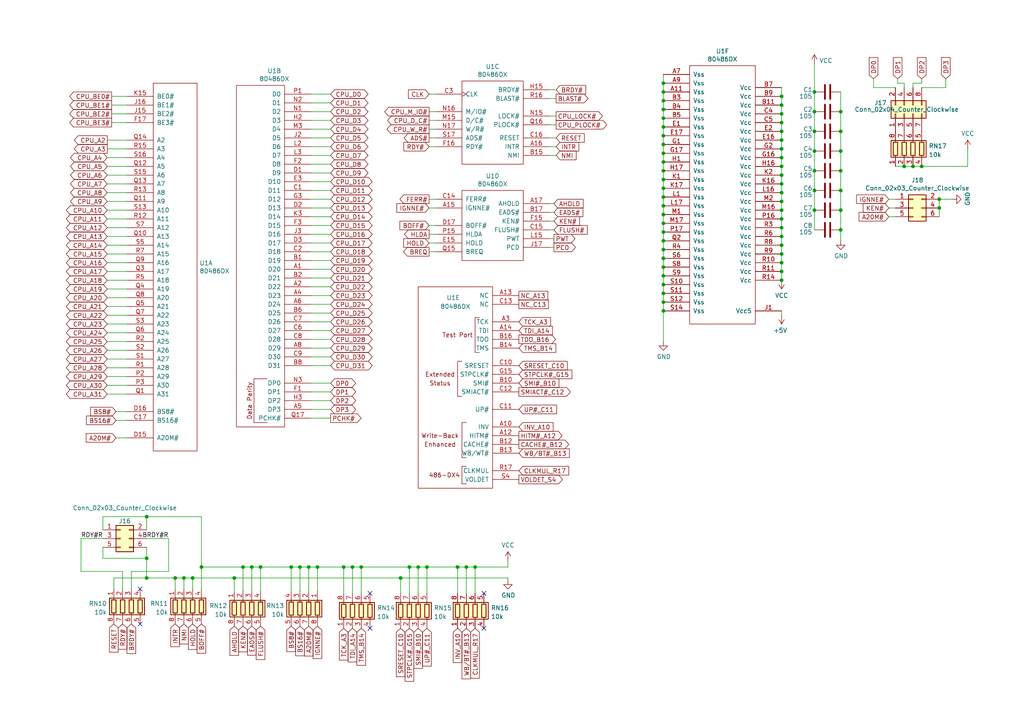
<source format=kicad_sch>
(kicad_sch (version 20211123) (generator eeschema)
  (paper "A4")
  (junction (at 243.84 55.245))
  (junction (at 192.405 62.23))
  (junction (at 243.84 60.96))
  (junction (at 67.945 167.64))
  (junction (at 86.995 164.465))
  (junction (at 192.405 82.55))
  (junction (at 192.405 44.45))
  (junction (at 272.415 57.785))
  (junction (at 192.405 31.75))
  (junction (at 236.22 49.53))
  (junction (at 192.405 46.99))
  (junction (at 226.695 76.2))
  (junction (at 243.84 49.53))
  (junction (at 192.405 41.91))
  (junction (at 236.22 60.96))
  (junction (at 226.695 33.02))
  (junction (at 226.695 78.74))
  (junction (at 192.405 80.01))
  (junction (at 226.695 48.26))
  (junction (at 42.545 167.64))
  (junction (at 226.695 35.56))
  (junction (at 226.695 63.5))
  (junction (at 226.695 27.94))
  (junction (at 192.405 26.67))
  (junction (at 104.775 164.465))
  (junction (at 116.205 167.64))
  (junction (at 236.22 26.67))
  (junction (at 236.22 38.1))
  (junction (at 192.405 77.47))
  (junction (at 192.405 39.37))
  (junction (at 226.695 50.8))
  (junction (at 226.695 55.88))
  (junction (at 192.405 72.39))
  (junction (at 226.695 40.64))
  (junction (at 226.695 38.1))
  (junction (at 264.795 48.26))
  (junction (at 226.695 73.66))
  (junction (at 121.285 164.465))
  (junction (at 42.545 149.86))
  (junction (at 262.255 48.26))
  (junction (at 42.545 161.925))
  (junction (at 192.405 64.77))
  (junction (at 226.695 43.18))
  (junction (at 192.405 54.61))
  (junction (at 243.84 38.1))
  (junction (at 226.695 45.72))
  (junction (at 137.795 164.465))
  (junction (at 267.335 48.26))
  (junction (at 236.22 43.815))
  (junction (at 226.695 71.12))
  (junction (at 226.695 53.34))
  (junction (at 192.405 52.07))
  (junction (at 226.695 68.58))
  (junction (at 272.415 60.325))
  (junction (at 226.695 60.96))
  (junction (at 226.695 58.42))
  (junction (at 73.025 164.465))
  (junction (at 102.235 164.465))
  (junction (at 92.075 164.465))
  (junction (at 226.695 30.48))
  (junction (at 192.405 85.09))
  (junction (at 192.405 59.69))
  (junction (at 236.22 55.245))
  (junction (at 192.405 67.31))
  (junction (at 135.255 164.465))
  (junction (at 132.715 164.465))
  (junction (at 192.405 57.15))
  (junction (at 192.405 90.17))
  (junction (at 50.8 167.64))
  (junction (at 192.405 74.93))
  (junction (at 123.825 164.465))
  (junction (at 192.405 29.21))
  (junction (at 89.535 164.465))
  (junction (at 226.695 66.04))
  (junction (at 192.405 69.85))
  (junction (at 70.485 164.465))
  (junction (at 243.84 66.675))
  (junction (at 84.455 164.465))
  (junction (at 99.695 164.465))
  (junction (at 58.42 164.465))
  (junction (at 192.405 36.83))
  (junction (at 53.34 167.64))
  (junction (at 55.88 167.64))
  (junction (at 236.22 32.385))
  (junction (at 192.405 49.53))
  (junction (at 192.405 34.29))
  (junction (at 243.84 32.385))
  (junction (at 192.405 87.63))
  (junction (at 243.84 43.815))
  (junction (at 118.745 164.465))
  (junction (at 75.565 164.465))
  (junction (at 192.405 24.13))
  (junction (at 226.695 81.28))
  (no_connect (at 140.335 172.085))
  (no_connect (at 40.64 180.975))
  (no_connect (at 107.315 182.245))
  (no_connect (at 107.315 172.085))
  (no_connect (at 140.335 182.245))
  (no_connect (at 40.64 170.815))
  (wire (pts (xy 89.535 164.465) (xy 89.535 171.45)))
  (wire (pts (xy 70.485 164.465) (xy 70.485 171.45)))
  (wire (pts (xy 192.405 41.91) (xy 192.405 44.45)))
  (wire (pts (xy 90.17 103.505) (xy 95.885 103.505)))
  (wire (pts (xy 132.715 164.465) (xy 132.715 172.085)))
  (wire (pts (xy 124.46 67.945) (xy 126.365 67.945)))
  (wire (pts (xy 236.22 18.415) (xy 236.22 26.67)))
  (wire (pts (xy 102.235 164.465) (xy 104.775 164.465)))
  (wire (pts (xy 243.84 32.385) (xy 243.84 38.1)))
  (wire (pts (xy 90.17 88.265) (xy 95.885 88.265)))
  (wire (pts (xy 192.405 80.01) (xy 192.405 82.55)))
  (wire (pts (xy 159.385 66.675) (xy 160.655 66.675)))
  (wire (pts (xy 32.385 27.94) (xy 36.83 27.94)))
  (wire (pts (xy 75.565 164.465) (xy 84.455 164.465)))
  (wire (pts (xy 236.22 38.1) (xy 236.22 43.815)))
  (wire (pts (xy 124.46 40.005) (xy 126.365 40.005)))
  (wire (pts (xy 90.17 98.425) (xy 95.885 98.425)))
  (wire (pts (xy 116.205 167.64) (xy 116.205 172.085)))
  (wire (pts (xy 243.84 38.1) (xy 243.84 43.815)))
  (wire (pts (xy 36.83 73.66) (xy 31.115 73.66)))
  (wire (pts (xy 124.46 32.385) (xy 126.365 32.385)))
  (wire (pts (xy 272.415 60.325) (xy 272.415 62.865)))
  (wire (pts (xy 29.845 149.86) (xy 42.545 149.86)))
  (wire (pts (xy 29.845 161.925) (xy 42.545 161.925)))
  (wire (pts (xy 161.29 42.545) (xy 159.385 42.545)))
  (wire (pts (xy 226.695 78.74) (xy 226.695 81.28)))
  (wire (pts (xy 160.655 64.135) (xy 159.385 64.135)))
  (wire (pts (xy 36.83 50.8) (xy 31.115 50.8)))
  (wire (pts (xy 31.115 78.74) (xy 36.83 78.74)))
  (wire (pts (xy 86.995 164.465) (xy 84.455 164.465)))
  (wire (pts (xy 135.255 164.465) (xy 137.795 164.465)))
  (wire (pts (xy 124.46 65.405) (xy 126.365 65.405)))
  (wire (pts (xy 236.22 26.67) (xy 236.22 32.385)))
  (wire (pts (xy 99.695 164.465) (xy 102.235 164.465)))
  (wire (pts (xy 192.405 49.53) (xy 192.405 52.07)))
  (wire (pts (xy 35.56 165.735) (xy 23.495 165.735)))
  (wire (pts (xy 147.32 162.56) (xy 147.32 164.465)))
  (wire (pts (xy 31.115 48.26) (xy 36.83 48.26)))
  (wire (pts (xy 90.17 27.305) (xy 95.885 27.305)))
  (wire (pts (xy 92.075 164.465) (xy 99.695 164.465)))
  (wire (pts (xy 31.115 55.88) (xy 36.83 55.88)))
  (wire (pts (xy 31.115 66.04) (xy 36.83 66.04)))
  (wire (pts (xy 192.405 67.31) (xy 192.405 69.85)))
  (wire (pts (xy 23.495 156.21) (xy 29.845 156.21)))
  (wire (pts (xy 38.1 170.815) (xy 38.1 165.735)))
  (wire (pts (xy 124.46 73.025) (xy 126.365 73.025)))
  (wire (pts (xy 160.655 61.595) (xy 159.385 61.595)))
  (wire (pts (xy 192.405 74.93) (xy 192.405 77.47)))
  (wire (pts (xy 31.115 88.9) (xy 36.83 88.9)))
  (wire (pts (xy 84.455 171.45) (xy 84.455 164.465)))
  (wire (pts (xy 53.34 167.64) (xy 50.8 167.64)))
  (wire (pts (xy 67.945 167.64) (xy 116.205 167.64)))
  (wire (pts (xy 95.885 80.645) (xy 90.17 80.645)))
  (wire (pts (xy 274.32 22.86) (xy 274.32 25.4)))
  (wire (pts (xy 124.46 70.485) (xy 126.365 70.485)))
  (wire (pts (xy 236.22 32.385) (xy 236.22 38.1)))
  (wire (pts (xy 73.025 164.465) (xy 73.025 171.45)))
  (wire (pts (xy 38.1 165.735) (xy 48.895 165.735)))
  (wire (pts (xy 124.46 27.305) (xy 126.365 27.305)))
  (wire (pts (xy 31.115 99.06) (xy 36.83 99.06)))
  (wire (pts (xy 90.17 83.185) (xy 95.885 83.185)))
  (wire (pts (xy 36.83 58.42) (xy 31.115 58.42)))
  (wire (pts (xy 89.535 164.465) (xy 92.075 164.465)))
  (wire (pts (xy 36.83 121.92) (xy 33.655 121.92)))
  (wire (pts (xy 33.02 167.64) (xy 42.545 167.64)))
  (wire (pts (xy 257.81 62.865) (xy 259.715 62.865)))
  (wire (pts (xy 90.17 42.545) (xy 95.885 42.545)))
  (wire (pts (xy 42.545 167.64) (xy 50.8 167.64)))
  (wire (pts (xy 123.825 164.465) (xy 132.715 164.465)))
  (wire (pts (xy 99.695 164.465) (xy 99.695 172.085)))
  (wire (pts (xy 31.115 104.14) (xy 36.83 104.14)))
  (wire (pts (xy 90.17 118.745) (xy 95.885 118.745)))
  (wire (pts (xy 243.84 66.675) (xy 243.84 69.85)))
  (wire (pts (xy 50.8 167.64) (xy 50.8 170.815)))
  (wire (pts (xy 132.715 164.465) (xy 135.255 164.465)))
  (wire (pts (xy 192.405 54.61) (xy 192.405 57.15)))
  (wire (pts (xy 90.17 113.665) (xy 95.885 113.665)))
  (wire (pts (xy 95.885 75.565) (xy 90.17 75.565)))
  (wire (pts (xy 48.895 165.735) (xy 48.895 156.21)))
  (wire (pts (xy 267.335 24.13) (xy 267.335 22.86)))
  (wire (pts (xy 42.545 149.86) (xy 58.42 149.86)))
  (wire (pts (xy 259.715 25.4) (xy 253.365 25.4)))
  (wire (pts (xy 147.32 168.275) (xy 147.32 167.64)))
  (wire (pts (xy 192.405 26.67) (xy 192.405 29.21)))
  (wire (pts (xy 95.885 95.885) (xy 90.17 95.885)))
  (wire (pts (xy 92.075 164.465) (xy 92.075 171.45)))
  (wire (pts (xy 226.695 58.42) (xy 226.695 60.96)))
  (wire (pts (xy 36.83 106.68) (xy 31.115 106.68)))
  (wire (pts (xy 192.405 87.63) (xy 192.405 90.17)))
  (wire (pts (xy 23.495 165.735) (xy 23.495 156.21)))
  (wire (pts (xy 124.46 37.465) (xy 126.365 37.465)))
  (wire (pts (xy 67.945 167.64) (xy 67.945 171.45)))
  (wire (pts (xy 86.995 164.465) (xy 86.995 171.45)))
  (wire (pts (xy 264.795 25.4) (xy 264.795 24.13)))
  (wire (pts (xy 280.67 43.18) (xy 280.67 48.26)))
  (wire (pts (xy 95.885 45.085) (xy 90.17 45.085)))
  (wire (pts (xy 95.885 100.965) (xy 90.17 100.965)))
  (wire (pts (xy 90.17 116.205) (xy 95.885 116.205)))
  (wire (pts (xy 86.995 164.465) (xy 89.535 164.465)))
  (wire (pts (xy 226.695 71.12) (xy 226.695 73.66)))
  (wire (pts (xy 33.655 119.38) (xy 36.83 119.38)))
  (wire (pts (xy 123.825 164.465) (xy 123.825 172.085)))
  (wire (pts (xy 192.405 34.29) (xy 192.405 36.83)))
  (wire (pts (xy 192.405 52.07) (xy 192.405 54.61)))
  (wire (pts (xy 95.885 90.805) (xy 90.17 90.805)))
  (wire (pts (xy 192.405 90.17) (xy 192.405 99.06)))
  (wire (pts (xy 58.42 164.465) (xy 58.42 170.815)))
  (wire (pts (xy 95.885 70.485) (xy 90.17 70.485)))
  (wire (pts (xy 236.22 43.815) (xy 236.22 49.53)))
  (wire (pts (xy 31.115 109.22) (xy 36.83 109.22)))
  (wire (pts (xy 36.83 96.52) (xy 31.115 96.52)))
  (wire (pts (xy 95.885 67.945) (xy 90.17 67.945)))
  (wire (pts (xy 104.775 164.465) (xy 104.775 172.085)))
  (wire (pts (xy 95.885 106.045) (xy 90.17 106.045)))
  (wire (pts (xy 53.34 167.64) (xy 55.88 167.64)))
  (wire (pts (xy 192.405 36.83) (xy 192.405 39.37)))
  (wire (pts (xy 160.655 59.055) (xy 159.385 59.055)))
  (wire (pts (xy 90.17 50.165) (xy 95.885 50.165)))
  (wire (pts (xy 90.17 60.325) (xy 95.885 60.325)))
  (wire (pts (xy 36.83 111.76) (xy 31.115 111.76)))
  (wire (pts (xy 124.46 60.325) (xy 126.365 60.325)))
  (wire (pts (xy 243.84 26.67) (xy 243.84 32.385)))
  (wire (pts (xy 159.385 28.575) (xy 161.29 28.575)))
  (wire (pts (xy 104.775 164.465) (xy 118.745 164.465)))
  (wire (pts (xy 31.115 114.3) (xy 36.83 114.3)))
  (wire (pts (xy 236.22 49.53) (xy 236.22 55.245)))
  (wire (pts (xy 192.405 57.15) (xy 192.405 59.69)))
  (wire (pts (xy 31.115 53.34) (xy 36.83 53.34)))
  (wire (pts (xy 226.695 76.2) (xy 226.695 78.74)))
  (wire (pts (xy 90.17 32.385) (xy 95.885 32.385)))
  (wire (pts (xy 90.17 65.405) (xy 95.885 65.405)))
  (wire (pts (xy 192.405 21.59) (xy 192.405 24.13)))
  (wire (pts (xy 257.81 57.785) (xy 259.715 57.785)))
  (wire (pts (xy 95.885 52.705) (xy 90.17 52.705)))
  (wire (pts (xy 90.17 78.105) (xy 95.885 78.105)))
  (wire (pts (xy 160.655 71.755) (xy 159.385 71.755)))
  (wire (pts (xy 260.35 24.13) (xy 260.35 22.86)))
  (wire (pts (xy 236.22 55.245) (xy 236.22 60.96)))
  (wire (pts (xy 95.885 57.785) (xy 90.17 57.785)))
  (wire (pts (xy 90.17 73.025) (xy 95.885 73.025)))
  (wire (pts (xy 226.695 60.96) (xy 226.695 63.5)))
  (wire (pts (xy 90.17 111.125) (xy 95.885 111.125)))
  (wire (pts (xy 236.22 60.96) (xy 236.22 66.675)))
  (wire (pts (xy 95.885 34.925) (xy 90.17 34.925)))
  (wire (pts (xy 226.695 68.58) (xy 226.695 71.12)))
  (wire (pts (xy 42.545 153.67) (xy 42.545 149.86)))
  (wire (pts (xy 192.405 44.45) (xy 192.405 46.99)))
  (wire (pts (xy 226.695 91.44) (xy 226.695 90.17)))
  (wire (pts (xy 36.83 35.56) (xy 32.385 35.56)))
  (wire (pts (xy 31.115 71.12) (xy 36.83 71.12)))
  (wire (pts (xy 42.545 161.925) (xy 42.545 167.64)))
  (wire (pts (xy 75.565 164.465) (xy 75.565 171.45)))
  (wire (pts (xy 192.405 24.13) (xy 192.405 26.67)))
  (wire (pts (xy 137.795 164.465) (xy 137.795 172.085)))
  (wire (pts (xy 70.485 164.465) (xy 73.025 164.465)))
  (wire (pts (xy 42.545 158.75) (xy 42.545 161.925)))
  (wire (pts (xy 55.88 167.64) (xy 55.88 170.815)))
  (wire (pts (xy 95.885 121.285) (xy 90.17 121.285)))
  (wire (pts (xy 75.565 164.465) (xy 73.025 164.465)))
  (wire (pts (xy 192.405 82.55) (xy 192.405 85.09)))
  (wire (pts (xy 161.29 33.655) (xy 159.385 33.655)))
  (wire (pts (xy 95.885 85.725) (xy 90.17 85.725)))
  (wire (pts (xy 161.29 45.085) (xy 159.385 45.085)))
  (wire (pts (xy 124.46 34.925) (xy 126.365 34.925)))
  (wire (pts (xy 243.84 43.815) (xy 243.84 49.53)))
  (wire (pts (xy 36.83 86.36) (xy 31.115 86.36)))
  (wire (pts (xy 121.285 164.465) (xy 118.745 164.465)))
  (wire (pts (xy 226.695 33.02) (xy 226.695 35.56)))
  (wire (pts (xy 123.825 164.465) (xy 121.285 164.465)))
  (wire (pts (xy 262.255 48.26) (xy 264.795 48.26)))
  (wire (pts (xy 272.415 57.785) (xy 272.415 60.325)))
  (wire (pts (xy 264.795 48.26) (xy 267.335 48.26)))
  (wire (pts (xy 55.88 167.64) (xy 67.945 167.64)))
  (wire (pts (xy 226.695 25.4) (xy 226.695 27.94)))
  (wire (pts (xy 95.885 29.845) (xy 90.17 29.845)))
  (wire (pts (xy 192.405 62.23) (xy 192.405 64.77)))
  (wire (pts (xy 29.845 158.75) (xy 29.845 161.925)))
  (wire (pts (xy 192.405 39.37) (xy 192.405 41.91)))
  (wire (pts (xy 36.83 40.64) (xy 31.115 40.64)))
  (wire (pts (xy 161.29 40.005) (xy 159.385 40.005)))
  (wire (pts (xy 159.385 26.035) (xy 161.29 26.035)))
  (wire (pts (xy 116.205 167.64) (xy 147.32 167.64)))
  (wire (pts (xy 226.695 35.56) (xy 226.695 38.1)))
  (wire (pts (xy 29.845 149.86) (xy 29.845 153.67)))
  (wire (pts (xy 243.84 55.245) (xy 243.84 60.96)))
  (wire (pts (xy 53.34 167.64) (xy 53.34 170.815)))
  (wire (pts (xy 118.745 164.465) (xy 118.745 172.085)))
  (wire (pts (xy 58.42 164.465) (xy 70.485 164.465)))
  (wire (pts (xy 124.46 57.785) (xy 126.365 57.785)))
  (wire (pts (xy 33.655 127) (xy 36.83 127)))
  (wire (pts (xy 95.885 40.005) (xy 90.17 40.005)))
  (wire (pts (xy 226.695 45.72) (xy 226.695 48.26)))
  (wire (pts (xy 33.02 167.64) (xy 33.02 170.815)))
  (wire (pts (xy 36.83 101.6) (xy 31.115 101.6)))
  (wire (pts (xy 31.115 76.2) (xy 36.83 76.2)))
  (wire (pts (xy 95.885 62.865) (xy 90.17 62.865)))
  (wire (pts (xy 102.235 172.085) (xy 102.235 164.465)))
  (wire (pts (xy 192.405 77.47) (xy 192.405 80.01)))
  (wire (pts (xy 58.42 149.86) (xy 58.42 164.465)))
  (wire (pts (xy 31.115 60.96) (xy 36.83 60.96)))
  (wire (pts (xy 226.695 30.48) (xy 226.695 33.02)))
  (wire (pts (xy 42.545 156.21) (xy 48.895 156.21)))
  (wire (pts (xy 36.83 63.5) (xy 31.115 63.5)))
  (wire (pts (xy 274.32 25.4) (xy 267.335 25.4)))
  (wire (pts (xy 36.83 45.72) (xy 31.115 45.72)))
  (wire (pts (xy 226.695 73.66) (xy 226.695 76.2)))
  (wire (pts (xy 160.655 69.215) (xy 159.385 69.215)))
  (wire (pts (xy 31.115 93.98) (xy 36.83 93.98)))
  (wire (pts (xy 192.405 64.77) (xy 192.405 67.31)))
  (wire (pts (xy 124.46 42.545) (xy 126.365 42.545)))
  (wire (pts (xy 31.115 43.18) (xy 36.83 43.18)))
  (wire (pts (xy 226.695 40.64) (xy 226.695 43.18)))
  (wire (pts (xy 121.285 164.465) (xy 121.285 172.085)))
  (wire (pts (xy 192.405 29.21) (xy 192.405 31.75)))
  (wire (pts (xy 36.83 30.48) (xy 32.385 30.48)))
  (wire (pts (xy 226.695 38.1) (xy 226.695 40.64)))
  (wire (pts (xy 243.84 60.96) (xy 243.84 66.675)))
  (wire (pts (xy 226.695 50.8) (xy 226.695 53.34)))
  (wire (pts (xy 161.29 36.195) (xy 159.385 36.195)))
  (wire (pts (xy 32.385 33.02) (xy 36.83 33.02)))
  (wire (pts (xy 192.405 46.99) (xy 192.405 49.53)))
  (wire (pts (xy 192.405 59.69) (xy 192.405 62.23)))
  (wire (pts (xy 226.695 53.34) (xy 226.695 55.88)))
  (wire (pts (xy 90.17 55.245) (xy 95.885 55.245)))
  (wire (pts (xy 262.255 24.13) (xy 260.35 24.13)))
  (wire (pts (xy 267.335 48.26) (xy 280.67 48.26)))
  (wire (pts (xy 90.17 93.345) (xy 95.885 93.345)))
  (wire (pts (xy 262.255 25.4) (xy 262.255 24.13)))
  (wire (pts (xy 36.83 68.58) (xy 31.115 68.58)))
  (wire (pts (xy 226.695 55.88) (xy 226.695 58.42)))
  (wire (pts (xy 95.885 47.625) (xy 90.17 47.625)))
  (wire (pts (xy 137.795 164.465) (xy 147.32 164.465)))
  (wire (pts (xy 226.695 63.5) (xy 226.695 66.04)))
  (wire (pts (xy 135.255 172.085) (xy 135.255 164.465)))
  (wire (pts (xy 90.17 37.465) (xy 95.885 37.465)))
  (wire (pts (xy 272.415 57.785) (xy 276.225 57.785)))
  (wire (pts (xy 192.405 72.39) (xy 192.405 74.93)))
  (wire (pts (xy 226.695 27.94) (xy 226.695 30.48)))
  (wire (pts (xy 226.695 43.18) (xy 226.695 45.72)))
  (wire (pts (xy 31.115 83.82) (xy 36.83 83.82)))
  (wire (pts (xy 192.405 85.09) (xy 192.405 87.63)))
  (wire (pts (xy 243.84 49.53) (xy 243.84 55.245)))
  (wire (pts (xy 35.56 170.815) (xy 35.56 165.735)))
  (wire (pts (xy 192.405 31.75) (xy 192.405 34.29)))
  (wire (pts (xy 257.81 60.325) (xy 259.715 60.325)))
  (wire (pts (xy 264.795 24.13) (xy 267.335 24.13)))
  (wire (pts (xy 259.715 48.26) (xy 262.255 48.26)))
  (wire (pts (xy 192.405 69.85) (xy 192.405 72.39)))
  (wire (pts (xy 36.83 91.44) (xy 31.115 91.44)))
  (wire (pts (xy 253.365 25.4) (xy 253.365 22.86)))
  (wire (pts (xy 226.695 66.04) (xy 226.695 68.58)))
  (wire (pts (xy 226.695 48.26) (xy 226.695 50.8)))
  (wire (pts (xy 36.83 81.28) (xy 31.115 81.28)))
  (label "BRDY#R" (at 48.895 156.21 180))
  (label "RDY#R" (at 23.495 156.21 0))
  (global_label "CPU_A21" (shape bidirectional) (at 31.115 88.9 180) (property "Intersheet References" "${INTERSHEET_REFS}" (effects hide)))
  (global_label "SMI#_B10" (shape input) (at 121.285 182.245 270) (property "Intersheet References" "${INTERSHEET_REFS}" (effects hide)))
  (global_label "CPU_D4" (shape bidirectional) (at 95.885 37.465 0) (property "Intersheet References" "${INTERSHEET_REFS}" (effects hide)))
  (global_label "CPU_D12" (shape bidirectional) (at 95.885 57.785 0) (property "Intersheet References" "${INTERSHEET_REFS}" (effects hide)))
  (global_label "HOLD" (shape input) (at 124.46 70.485 180) (property "Intersheet References" "${INTERSHEET_REFS}" (effects hide)))
  (global_label "CPU_D24" (shape bidirectional) (at 95.885 88.265 0) (property "Intersheet References" "${INTERSHEET_REFS}" (effects hide)))
  (global_label "CPU_A31" (shape bidirectional) (at 31.115 114.3 180) (property "Intersheet References" "${INTERSHEET_REFS}" (effects hide)))
  (global_label "A20M#" (shape input) (at 33.655 127 180) (property "Intersheet References" "${INTERSHEET_REFS}" (effects hide)))
  (global_label "KEN#" (shape input) (at 257.81 60.325 180) (property "Intersheet References" "${INTERSHEET_REFS}" (effects hide)))
  (global_label "CPU_D18" (shape bidirectional) (at 95.885 73.025 0) (property "Intersheet References" "${INTERSHEET_REFS}" (effects hide)))
  (global_label "CLKMUL_R17" (shape input) (at 137.795 182.245 270) (property "Intersheet References" "${INTERSHEET_REFS}" (effects hide)))
  (global_label "CPU_A4" (shape bidirectional) (at 31.115 45.72 180) (property "Intersheet References" "${INTERSHEET_REFS}" (effects hide)))
  (global_label "CPU_A30" (shape bidirectional) (at 31.115 111.76 180) (property "Intersheet References" "${INTERSHEET_REFS}" (effects hide)))
  (global_label "FLUSH#" (shape input) (at 75.565 181.61 270) (property "Intersheet References" "${INTERSHEET_REFS}" (effects hide)))
  (global_label "CPU_D30" (shape bidirectional) (at 95.885 103.505 0) (property "Intersheet References" "${INTERSHEET_REFS}" (effects hide)))
  (global_label "CPU_A10" (shape bidirectional) (at 31.115 60.96 180) (property "Intersheet References" "${INTERSHEET_REFS}" (effects hide)))
  (global_label "CPU_D25" (shape bidirectional) (at 95.885 90.805 0) (property "Intersheet References" "${INTERSHEET_REFS}" (effects hide)))
  (global_label "HLDA" (shape output) (at 124.46 67.945 180) (property "Intersheet References" "${INTERSHEET_REFS}" (effects hide)))
  (global_label "CPU_A12" (shape bidirectional) (at 31.115 66.04 180) (property "Intersheet References" "${INTERSHEET_REFS}" (effects hide)))
  (global_label "WB{slash}BT#_B13" (shape input) (at 150.495 131.445 0) (property "Intersheet References" "${INTERSHEET_REFS}" (effects hide)))
  (global_label "SMIACT#_C12" (shape output) (at 150.495 113.665 0) (property "Intersheet References" "${INTERSHEET_REFS}" (effects hide)))
  (global_label "KEN#" (shape input) (at 70.485 181.61 270) (property "Intersheet References" "${INTERSHEET_REFS}" (effects hide)))
  (global_label "TCK_A3" (shape input) (at 150.495 93.345 0) (property "Intersheet References" "${INTERSHEET_REFS}" (effects hide)))
  (global_label "BS8#" (shape input) (at 33.655 119.38 180) (property "Intersheet References" "${INTERSHEET_REFS}" (effects hide)))
  (global_label "INV_A10" (shape input) (at 150.495 123.825 0) (property "Intersheet References" "${INTERSHEET_REFS}" (effects hide)))
  (global_label "PWT" (shape output) (at 160.655 69.215 0) (property "Intersheet References" "${INTERSHEET_REFS}" (effects hide)))
  (global_label "TDO_B16" (shape output) (at 150.495 98.425 0) (property "Intersheet References" "${INTERSHEET_REFS}" (effects hide)))
  (global_label "TMS_B14" (shape input) (at 104.775 182.245 270) (property "Intersheet References" "${INTERSHEET_REFS}" (effects hide)))
  (global_label "CPU_A16" (shape bidirectional) (at 31.115 76.2 180) (property "Intersheet References" "${INTERSHEET_REFS}" (effects hide)))
  (global_label "HITM#_A12" (shape output) (at 150.495 126.365 0) (property "Intersheet References" "${INTERSHEET_REFS}" (effects hide)))
  (global_label "A20M#" (shape input) (at 257.81 62.865 180) (property "Intersheet References" "${INTERSHEET_REFS}" (effects hide)))
  (global_label "DP2" (shape bidirectional) (at 95.885 116.205 0) (property "Intersheet References" "${INTERSHEET_REFS}" (effects hide)))
  (global_label "CPU_A28" (shape bidirectional) (at 31.115 106.68 180) (property "Intersheet References" "${INTERSHEET_REFS}" (effects hide)))
  (global_label "RDY#" (shape input) (at 124.46 42.545 180) (property "Intersheet References" "${INTERSHEET_REFS}" (effects hide)))
  (global_label "DP1" (shape bidirectional) (at 95.885 113.665 0) (property "Intersheet References" "${INTERSHEET_REFS}" (effects hide)))
  (global_label "TCK_A3" (shape input) (at 99.695 182.245 270) (property "Intersheet References" "${INTERSHEET_REFS}" (effects hide)))
  (global_label "CPU_M_IO#" (shape output) (at 124.46 32.385 180) (property "Intersheet References" "${INTERSHEET_REFS}" (effects hide)))
  (global_label "CPU_D26" (shape bidirectional) (at 95.885 93.345 0) (property "Intersheet References" "${INTERSHEET_REFS}" (effects hide)))
  (global_label "INTR" (shape input) (at 50.8 180.975 270) (property "Intersheet References" "${INTERSHEET_REFS}" (effects hide)))
  (global_label "CPU_D5" (shape bidirectional) (at 95.885 40.005 0) (property "Intersheet References" "${INTERSHEET_REFS}" (effects hide)))
  (global_label "ADS#" (shape output) (at 124.46 40.005 180) (property "Intersheet References" "${INTERSHEET_REFS}" (effects hide)))
  (global_label "CPU_A17" (shape bidirectional) (at 31.115 78.74 180) (property "Intersheet References" "${INTERSHEET_REFS}" (effects hide)))
  (global_label "HOLD" (shape input) (at 55.88 180.975 270) (property "Intersheet References" "${INTERSHEET_REFS}" (effects hide)))
  (global_label "IGNNE#" (shape input) (at 92.075 181.61 270) (property "Intersheet References" "${INTERSHEET_REFS}" (effects hide)))
  (global_label "CPU_A6" (shape bidirectional) (at 31.115 50.8 180) (property "Intersheet References" "${INTERSHEET_REFS}" (effects hide)))
  (global_label "CPU_A2" (shape output) (at 31.115 40.64 180) (property "Intersheet References" "${INTERSHEET_REFS}" (effects hide)))
  (global_label "DP3" (shape bidirectional) (at 95.885 118.745 0) (property "Intersheet References" "${INTERSHEET_REFS}" (effects hide)))
  (global_label "CPU_D14" (shape bidirectional) (at 95.885 62.865 0) (property "Intersheet References" "${INTERSHEET_REFS}" (effects hide)))
  (global_label "CPU_BE0#" (shape output) (at 32.385 27.94 180) (property "Intersheet References" "${INTERSHEET_REFS}" (effects hide)))
  (global_label "CPU_BE3#" (shape output) (at 32.385 35.56 180) (property "Intersheet References" "${INTERSHEET_REFS}" (effects hide)))
  (global_label "CPU_A7" (shape bidirectional) (at 31.115 53.34 180) (property "Intersheet References" "${INTERSHEET_REFS}" (effects hide)))
  (global_label "CPU_D6" (shape bidirectional) (at 95.885 42.545 0) (property "Intersheet References" "${INTERSHEET_REFS}" (effects hide)))
  (global_label "BOFF#" (shape input) (at 58.42 180.975 270) (property "Intersheet References" "${INTERSHEET_REFS}" (effects hide)))
  (global_label "RDY#" (shape input) (at 35.56 180.975 270) (property "Intersheet References" "${INTERSHEET_REFS}" (effects hide)))
  (global_label "BS16#" (shape input) (at 33.655 121.92 180) (property "Intersheet References" "${INTERSHEET_REFS}" (effects hide)))
  (global_label "CPU_D23" (shape bidirectional) (at 95.885 85.725 0) (property "Intersheet References" "${INTERSHEET_REFS}" (effects hide)))
  (global_label "CPU_A27" (shape bidirectional) (at 31.115 104.14 180) (property "Intersheet References" "${INTERSHEET_REFS}" (effects hide)))
  (global_label "CPU_D8" (shape bidirectional) (at 95.885 47.625 0) (property "Intersheet References" "${INTERSHEET_REFS}" (effects hide)))
  (global_label "CPU_A24" (shape bidirectional) (at 31.115 96.52 180) (property "Intersheet References" "${INTERSHEET_REFS}" (effects hide)))
  (global_label "CPU_D_C#" (shape output) (at 124.46 34.925 180) (property "Intersheet References" "${INTERSHEET_REFS}" (effects hide)))
  (global_label "DP0" (shape bidirectional) (at 95.885 111.125 0) (property "Intersheet References" "${INTERSHEET_REFS}" (effects hide)))
  (global_label "FERR#" (shape output) (at 124.46 57.785 180) (property "Intersheet References" "${INTERSHEET_REFS}" (effects hide)))
  (global_label "CPU_A8" (shape bidirectional) (at 31.115 55.88 180) (property "Intersheet References" "${INTERSHEET_REFS}" (effects hide)))
  (global_label "CPU_D15" (shape bidirectional) (at 95.885 65.405 0) (property "Intersheet References" "${INTERSHEET_REFS}" (effects hide)))
  (global_label "RESET" (shape input) (at 33.02 180.975 270) (property "Intersheet References" "${INTERSHEET_REFS}" (effects hide)))
  (global_label "CPU_D19" (shape bidirectional) (at 95.885 75.565 0) (property "Intersheet References" "${INTERSHEET_REFS}" (effects hide)))
  (global_label "KEN#" (shape input) (at 160.655 64.135 0) (property "Intersheet References" "${INTERSHEET_REFS}" (effects hide)))
  (global_label "NC_A13" (shape passive) (at 150.495 85.725 0) (property "Intersheet References" "${INTERSHEET_REFS}" (effects hide)))
  (global_label "BOFF#" (shape input) (at 124.46 65.405 180) (property "Intersheet References" "${INTERSHEET_REFS}" (effects hide)))
  (global_label "CPU_A29" (shape bidirectional) (at 31.115 109.22 180) (property "Intersheet References" "${INTERSHEET_REFS}" (effects hide)))
  (global_label "EADS#" (shape input) (at 73.025 181.61 270) (property "Intersheet References" "${INTERSHEET_REFS}" (effects hide)))
  (global_label "CPU_A3" (shape output) (at 31.115 43.18 180) (property "Intersheet References" "${INTERSHEET_REFS}" (effects hide)))
  (global_label "AHOLD" (shape input) (at 160.655 59.055 0) (property "Intersheet References" "${INTERSHEET_REFS}" (effects hide)))
  (global_label "INV_A10" (shape input) (at 132.715 182.245 270) (property "Intersheet References" "${INTERSHEET_REFS}" (effects hide)))
  (global_label "TMS_B14" (shape input) (at 150.495 100.965 0) (property "Intersheet References" "${INTERSHEET_REFS}" (effects hide)))
  (global_label "SRESET_C10" (shape input) (at 116.205 182.245 270) (property "Intersheet References" "${INTERSHEET_REFS}" (effects hide)))
  (global_label "CPU_D21" (shape bidirectional) (at 95.885 80.645 0) (property "Intersheet References" "${INTERSHEET_REFS}" (effects hide)))
  (global_label "CPU_D28" (shape bidirectional) (at 95.885 98.425 0) (property "Intersheet References" "${INTERSHEET_REFS}" (effects hide)))
  (global_label "CLK" (shape input) (at 124.46 27.305 180) (property "Intersheet References" "${INTERSHEET_REFS}" (effects hide)))
  (global_label "NMI" (shape input) (at 161.29 45.085 0) (property "Intersheet References" "${INTERSHEET_REFS}" (effects hide)))
  (global_label "CPU_D22" (shape bidirectional) (at 95.885 83.185 0) (property "Intersheet References" "${INTERSHEET_REFS}" (effects hide)))
  (global_label "CPU_A26" (shape bidirectional) (at 31.115 101.6 180) (property "Intersheet References" "${INTERSHEET_REFS}" (effects hide)))
  (global_label "PCD" (shape output) (at 160.655 71.755 0) (property "Intersheet References" "${INTERSHEET_REFS}" (effects hide)))
  (global_label "NC_C13" (shape passive) (at 150.495 88.265 0) (property "Intersheet References" "${INTERSHEET_REFS}" (effects hide)))
  (global_label "INTR" (shape input) (at 161.29 42.545 0) (property "Intersheet References" "${INTERSHEET_REFS}" (effects hide)))
  (global_label "CPU_A25" (shape bidirectional) (at 31.115 99.06 180) (property "Intersheet References" "${INTERSHEET_REFS}" (effects hide)))
  (global_label "CPU_D29" (shape bidirectional) (at 95.885 100.965 0) (property "Intersheet References" "${INTERSHEET_REFS}" (effects hide)))
  (global_label "SMI#_B10" (shape input) (at 150.495 111.125 0) (property "Intersheet References" "${INTERSHEET_REFS}" (effects hide)))
  (global_label "CPU_A18" (shape bidirectional) (at 31.115 81.28 180) (property "Intersheet References" "${INTERSHEET_REFS}" (effects hide)))
  (global_label "FLUSH#" (shape input) (at 160.655 66.675 0) (property "Intersheet References" "${INTERSHEET_REFS}" (effects hide)))
  (global_label "CPU_BE1#" (shape output) (at 32.385 30.48 180) (property "Intersheet References" "${INTERSHEET_REFS}" (effects hide)))
  (global_label "VOLDET_S4" (shape output) (at 150.495 139.065 0) (property "Intersheet References" "${INTERSHEET_REFS}" (effects hide)))
  (global_label "NMI" (shape input) (at 53.34 180.975 270) (property "Intersheet References" "${INTERSHEET_REFS}" (effects hide)))
  (global_label "TDI_A14" (shape input) (at 150.495 95.885 0) (property "Intersheet References" "${INTERSHEET_REFS}" (effects hide)))
  (global_label "CPU_A20" (shape bidirectional) (at 31.115 86.36 180) (property "Intersheet References" "${INTERSHEET_REFS}" (effects hide)))
  (global_label "CPU_D17" (shape bidirectional) (at 95.885 70.485 0) (property "Intersheet References" "${INTERSHEET_REFS}" (effects hide)))
  (global_label "CPU_A22" (shape bidirectional) (at 31.115 91.44 180) (property "Intersheet References" "${INTERSHEET_REFS}" (effects hide)))
  (global_label "PCHK#" (shape output) (at 95.885 121.285 0) (property "Intersheet References" "${INTERSHEET_REFS}" (effects hide)))
  (global_label "CPU_W_R#" (shape output) (at 124.46 37.465 180) (property "Intersheet References" "${INTERSHEET_REFS}" (effects hide)))
  (global_label "CPU_D1" (shape bidirectional) (at 95.885 29.845 0) (property "Intersheet References" "${INTERSHEET_REFS}" (effects hide)))
  (global_label "A20M#" (shape input) (at 89.535 181.61 270) (property "Intersheet References" "${INTERSHEET_REFS}" (effects hide)))
  (global_label "CPU_D3" (shape bidirectional) (at 95.885 34.925 0) (property "Intersheet References" "${INTERSHEET_REFS}" (effects hide)))
  (global_label "TDI_A14" (shape input) (at 102.235 182.245 270) (property "Intersheet References" "${INTERSHEET_REFS}" (effects hide)))
  (global_label "IGNNE#" (shape input) (at 124.46 60.325 180) (property "Intersheet References" "${INTERSHEET_REFS}" (effects hide)))
  (global_label "UP#_C11" (shape input) (at 150.495 118.745 0) (property "Intersheet References" "${INTERSHEET_REFS}" (effects hide)))
  (global_label "CPU_D0" (shape bidirectional) (at 95.885 27.305 0) (property "Intersheet References" "${INTERSHEET_REFS}" (effects hide)))
  (global_label "CPU_D7" (shape bidirectional) (at 95.885 45.085 0) (property "Intersheet References" "${INTERSHEET_REFS}" (effects hide)))
  (global_label "CPU_D9" (shape bidirectional) (at 95.885 50.165 0) (property "Intersheet References" "${INTERSHEET_REFS}" (effects hide)))
  (global_label "DP0" (shape input) (at 253.365 22.86 90) (property "Intersheet References" "${INTERSHEET_REFS}" (effects hide)))
  (global_label "CPU_D11" (shape bidirectional) (at 95.885 55.245 0) (property "Intersheet References" "${INTERSHEET_REFS}" (effects hide)))
  (global_label "IGNNE#" (shape input) (at 257.81 57.785 180) (property "Intersheet References" "${INTERSHEET_REFS}" (effects hide)))
  (global_label "CPU_LOCK#" (shape output) (at 161.29 33.655 0) (property "Intersheet References" "${INTERSHEET_REFS}" (effects hide)))
  (global_label "CPU_A14" (shape bidirectional) (at 31.115 71.12 180) (property "Intersheet References" "${INTERSHEET_REFS}" (effects hide)))
  (global_label "CPU_D20" (shape bidirectional) (at 95.885 78.105 0) (property "Intersheet References" "${INTERSHEET_REFS}" (effects hide)))
  (global_label "BREQ" (shape output) (at 124.46 73.025 180) (property "Intersheet References" "${INTERSHEET_REFS}" (effects hide)))
  (global_label "EADS#" (shape input) (at 160.655 61.595 0) (property "Intersheet References" "${INTERSHEET_REFS}" (effects hide)))
  (global_label "BRDY#" (shape input) (at 38.1 180.975 270) (property "Intersheet References" "${INTERSHEET_REFS}" (effects hide)))
  (global_label "CPU_D16" (shape bidirectional) (at 95.885 67.945 0) (property "Intersheet References" "${INTERSHEET_REFS}" (effects hide)))
  (global_label "CPU_A11" (shape bidirectional) (at 31.115 63.5 180) (property "Intersheet References" "${INTERSHEET_REFS}" (effects hide)))
  (global_label "CLKMUL_R17" (shape input) (at 150.495 136.525 0) (property "Intersheet References" "${INTERSHEET_REFS}" (effects hide)))
  (global_label "STPCLK#_G15" (shape input) (at 118.745 182.245 270) (property "Intersheet References" "${INTERSHEET_REFS}" (effects hide)))
  (global_label "CPU_D13" (shape bidirectional) (at 95.885 60.325 0) (property "Intersheet References" "${INTERSHEET_REFS}" (effects hide)))
  (global_label "WB{slash}BT#_B13" (shape input) (at 135.255 182.245 270) (property "Intersheet References" "${INTERSHEET_REFS}" (effects hide)))
  (global_label "CPU_D10" (shape bidirectional) (at 95.885 52.705 0) (property "Intersheet References" "${INTERSHEET_REFS}" (effects hide)))
  (global_label "CPU_A15" (shape bidirectional) (at 31.115 73.66 180) (property "Intersheet References" "${INTERSHEET_REFS}" (effects hide)))
  (global_label "CPU_D31" (shape bidirectional) (at 95.885 106.045 0) (property "Intersheet References" "${INTERSHEET_REFS}" (effects hide)))
  (global_label "CPU_D27" (shape bidirectional) (at 95.885 95.885 0) (property "Intersheet References" "${INTERSHEET_REFS}" (effects hide)))
  (global_label "SRESET_C10" (shape input) (at 150.495 106.045 0) (property "Intersheet References" "${INTERSHEET_REFS}" (effects hide)))
  (global_label "RESET" (shape input) (at 161.29 40.005 0) (property "Intersheet References" "${INTERSHEET_REFS}" (effects hide)))
  (global_label "CPU_A5" (shape bidirectional) (at 31.115 48.26 180) (property "Intersheet References" "${INTERSHEET_REFS}" (effects hide)))
  (global_label "DP3" (shape input) (at 274.32 22.86 90) (property "Intersheet References" "${INTERSHEET_REFS}" (effects hide)))
  (global_label "DP2" (shape input) (at 267.335 22.86 90) (property "Intersheet References" "${INTERSHEET_REFS}" (effects hide)))
  (global_label "CPU_A23" (shape bidirectional) (at 31.115 93.98 180) (property "Intersheet References" "${INTERSHEET_REFS}" (effects hide)))
  (global_label "BS8#" (shape input) (at 84.455 181.61 270) (property "Intersheet References" "${INTERSHEET_REFS}" (effects hide)))
  (global_label "CPU_A13" (shape bidirectional) (at 31.115 68.58 180) (property "Intersheet References" "${INTERSHEET_REFS}" (effects hide)))
  (global_label "STPCLK#_G15" (shape input) (at 150.495 108.585 0) (property "Intersheet References" "${INTERSHEET_REFS}" (effects hide)))
  (global_label "DP1" (shape input) (at 260.35 22.86 90) (property "Intersheet References" "${INTERSHEET_REFS}" (effects hide)))
  (global_label "AHOLD" (shape input) (at 67.945 181.61 270) (property "Intersheet References" "${INTERSHEET_REFS}" (effects hide)))
  (global_label "UP#_C11" (shape input) (at 123.825 182.245 270) (property "Intersheet References" "${INTERSHEET_REFS}" (effects hide)))
  (global_label "CPU_PLOCK#" (shape output) (at 161.29 36.195 0) (property "Intersheet References" "${INTERSHEET_REFS}" (effects hide)))
  (global_label "CACHE#_B12" (shape output) (at 150.495 128.905 0) (property "Intersheet References" "${INTERSHEET_REFS}" (effects hide)))
  (global_label "CPU_A19" (shape bidirectional) (at 31.115 83.82 180) (property "Intersheet References" "${INTERSHEET_REFS}" (effects hide)))
  (global_label "CPU_A9" (shape bidirectional) (at 31.115 58.42 180) (property "Intersheet References" "${INTERSHEET_REFS}" (effects hide)))
  (global_label "CPU_D2" (shape bidirectional) (at 95.885 32.385 0) (property "Intersheet References" "${INTERSHEET_REFS}" (effects hide)))
  (global_label "BS16#" (shape input) (at 86.995 181.61 270) (property "Intersheet References" "${INTERSHEET_REFS}" (effects hide)))
  (global_label "BRDY#" (shape input) (at 161.29 26.035 0) (property "Intersheet References" "${INTERSHEET_REFS}" (effects hide)))
  (global_label "CPU_BE2#" (shape output) (at 32.385 33.02 180) (property "Intersheet References" "${INTERSHEET_REFS}" (effects hide)))
  (global_label "BLAST#" (shape output) (at 161.29 28.575 0) (property "Intersheet References" "${INTERSHEET_REFS}" (effects hide)))
  (symbol (lib_id "80486:80486") (at 132.715 112.395 0) (unit 5)
    (property "Reference" "U1" (at 131.445 86.36 0))
    (property "Value" "80486DX" (at 132.08 88.9 0))
    (property "Footprint" "486:PGA169" (effects hide))
  )
  (symbol (lib_id "power:VCC") (at 280.67 43.18 0) (unit 1)
    (property "Reference" "#PWR028" (effects hide))
    (property "Value" "VCC" (at 280.67 38.7366 0))
  )
  (symbol (lib_id "Device:C") (at 240.03 66.675 270) (mirror x) (unit 1)
    (property "Reference" "C8" (at 234.315 65.405 90))
    (property "Value" "105" (at 233.68 67.31 90))
    (property "Footprint" "Capacitor_SMD:C_0805_2012Metric_Pad1.18x1.45mm_HandSolder" (effects hide))
  )
  (symbol (lib_id "Device:R_Pack04") (at 73.025 176.53 0) (mirror x) (unit 1)
    (property "Reference" "RN12" (at 65.9131 175.6953 0) (effects (justify right)))
    (property "Value" "10k" (at 65.9131 178.2322 0) (effects (justify right)))
    (property "Footprint" "Resistor_SMD:R_Array_Convex_4x0612" (effects hide))
  )
  (symbol (lib_id "Device:C") (at 240.03 60.96 270) (mirror x) (unit 1)
    (property "Reference" "C7" (at 234.315 60.325 90))
    (property "Value" "105" (at 233.68 62.23 90))
    (property "Footprint" "Capacitor_SMD:C_0805_2012Metric_Pad1.18x1.45mm_HandSolder" (effects hide))
  )
  (symbol (lib_id "80486:80486") (at 208.915 57.15 0) (unit 6)
    (property "Reference" "U1" (at 209.55 14.859 0))
    (property "Value" "80486DX" (at 209.55 17.1704 0))
    (property "Footprint" "486:PGA169" (effects hide))
  )
  (symbol (lib_id "Device:R_Pack04") (at 104.775 177.165 0) (unit 1)
    (property "Reference" "RN14" (at 109.347 176.3303 0) (effects (justify left)))
    (property "Value" "10k" (at 109.347 178.8672 0) (effects (justify left)))
    (property "Footprint" "Resistor_SMD:R_Array_Convex_4x0612" (effects hide))
  )
  (symbol (lib_id "power:VCC") (at 226.695 81.28 180) (unit 1)
    (property "Reference" "#PWR023" (effects hide))
    (property "Value" "VCC" (at 226.695 85.7234 0))
  )
  (symbol (lib_id "80486:80486") (at 142.875 65.405 0) (unit 4)
    (property "Reference" "U1" (at 142.875 51.054 0))
    (property "Value" "80486DX" (at 142.875 53.3654 0))
    (property "Footprint" "486:PGA169" (effects hide))
  )
  (symbol (lib_id "80486:80486") (at 141.605 37.465 0) (unit 3)
    (property "Reference" "U1" (at 142.875 19.304 0))
    (property "Value" "80486DX" (at 142.875 21.6154 0))
    (property "Footprint" "486:PGA169" (effects hide))
  )
  (symbol (lib_id "power:GND") (at 192.405 99.06 0) (unit 1)
    (property "Reference" "#PWR022" (effects hide))
    (property "Value" "GND" (at 192.532 103.4542 0))
  )
  (symbol (lib_id "Device:C") (at 240.03 38.1 270) (mirror x) (unit 1)
    (property "Reference" "C3" (at 234.315 37.465 90))
    (property "Value" "105" (at 233.68 39.37 90))
    (property "Footprint" "Capacitor_SMD:C_0805_2012Metric_Pad1.18x1.45mm_HandSolder" (effects hide))
  )
  (symbol (lib_id "power:GND") (at 147.32 168.275 0) (unit 1)
    (property "Reference" "#PWR021" (effects hide))
    (property "Value" "GND" (at 147.447 172.6692 0))
  )
  (symbol (lib_id "Connector_Generic:Conn_02x04_Odd_Even") (at 262.255 33.02 90) (unit 1)
    (property "Reference" "J17" (at 257.175 29.845 90) (effects (justify left)))
    (property "Value" "Conn_02x04_Counter_Clockwise" (at 278.13 31.75 90) (effects (justify left)))
    (property "Footprint" "Connector_PinHeader_2.54mm:PinHeader_2x04_P2.54mm_Vertical" (effects hide))
  )
  (symbol (lib_id "Device:R_Pack04") (at 264.795 43.18 0) (unit 1)
    (property "Reference" "RN17" (at 269.367 42.3453 0) (effects (justify left)))
    (property "Value" "10k" (at 269.367 44.8822 0) (effects (justify left)))
    (property "Footprint" "Resistor_SMD:R_Array_Convex_4x0612" (effects hide))
  )
  (symbol (lib_id "Device:C") (at 240.03 49.53 270) (mirror x) (unit 1)
    (property "Reference" "C5" (at 234.315 48.895 90))
    (property "Value" "105" (at 233.68 50.8 90))
    (property "Footprint" "Capacitor_SMD:C_0805_2012Metric_Pad1.18x1.45mm_HandSolder" (effects hide))
  )
  (symbol (lib_id "Device:C") (at 240.03 32.385 270) (mirror x) (unit 1)
    (property "Reference" "C2" (at 234.315 31.75 90))
    (property "Value" "105" (at 233.68 33.655 90))
    (property "Footprint" "Capacitor_SMD:C_0805_2012Metric_Pad1.18x1.45mm_HandSolder" (effects hide))
  )
  (symbol (lib_id "Device:R_Pack04") (at 137.795 177.165 0) (unit 1)
    (property "Reference" "RN16" (at 142.367 176.3303 0) (effects (justify left)))
    (property "Value" "10k" (at 142.367 178.8672 0) (effects (justify left)))
    (property "Footprint" "Resistor_SMD:R_Array_Convex_4x0612" (effects hide))
  )
  (symbol (lib_id "power:GND") (at 243.84 69.85 0) (unit 1)
    (property "Reference" "#PWR026" (effects hide))
    (property "Value" "GND" (at 243.967 74.2442 0))
  )
  (symbol (lib_id "Connector_Generic:Conn_02x03_Odd_Even") (at 264.795 60.325 0) (unit 1)
    (property "Reference" "J18" (at 266.065 52.2732 0))
    (property "Value" "Conn_02x03_Counter_Clockwise" (at 266.065 54.5846 0))
    (property "Footprint" "Connector_PinHeader_2.54mm:PinHeader_2x03_P2.54mm_Vertical" (effects hide))
  )
  (symbol (lib_id "power:GND") (at 276.225 57.785 90) (unit 1)
    (property "Reference" "#PWR027" (effects hide))
    (property "Value" "GND" (at 280.6192 57.658 0))
  )
  (symbol (lib_id "Device:C") (at 240.03 43.815 270) (mirror x) (unit 1)
    (property "Reference" "C4" (at 234.315 43.18 90))
    (property "Value" "105" (at 233.68 45.085 90))
    (property "Footprint" "Capacitor_SMD:C_0805_2012Metric_Pad1.18x1.45mm_HandSolder" (effects hide))
  )
  (symbol (lib_id "80486:80486") (at 50.8 73.66 0) (unit 1)
    (property "Reference" "U1" (at 57.8612 76.3016 0) (effects (justify left)))
    (property "Value" "80486DX" (at 57.8612 78.613 0) (effects (justify left)))
    (property "Footprint" "486:PGA169" (effects hide))
  )
  (symbol (lib_id "80486:80486") (at 74.93 71.755 0) (unit 2)
    (property "Reference" "U1" (at 79.5782 20.574 0))
    (property "Value" "80486DX" (at 79.5782 22.8854 0))
    (property "Footprint" "486:PGA169" (effects hide))
  )
  (symbol (lib_id "Connector_Generic:Conn_02x03_Odd_Even") (at 34.925 156.21 0) (unit 1)
    (property "Reference" "J16" (at 36.195 151.13 0))
    (property "Value" "Conn_02x03_Counter_Clockwise" (at 36.195 147.32 0))
    (property "Footprint" "Connector_PinHeader_2.54mm:PinHeader_2x03_P2.54mm_Vertical" (effects hide))
  )
  (symbol (lib_id "Device:R_Pack04") (at 86.995 176.53 180) (unit 1)
    (property "Reference" "RN13" (at 82.4231 175.6953 0) (effects (justify left)))
    (property "Value" "10k" (at 82.4231 178.2322 0) (effects (justify left)))
    (property "Footprint" "Resistor_SMD:R_Array_Convex_4x0612" (effects hide))
  )
  (symbol (lib_id "power:VCC") (at 236.22 18.415 0) (unit 1)
    (property "Reference" "#PWR025" (effects hide))
    (property "Value" "VCC" (at 237.617 17.5788 0) (effects (justify left)))
  )
  (symbol (lib_id "Device:R_Pack04") (at 38.1 175.895 0) (mirror x) (unit 1)
    (property "Reference" "RN10" (at 30.9881 175.0603 0) (effects (justify right)))
    (property "Value" "10k" (at 30.9881 177.5972 0) (effects (justify right)))
    (property "Footprint" "Resistor_SMD:R_Array_Convex_4x0612" (effects hide))
  )
  (symbol (lib_id "Device:R_Pack04") (at 55.88 175.895 0) (mirror x) (unit 1)
    (property "Reference" "RN11" (at 48.7681 175.0603 0) (effects (justify right)))
    (property "Value" "10k" (at 48.7681 177.5972 0) (effects (justify right)))
    (property "Footprint" "Resistor_SMD:R_Array_Convex_4x0612" (effects hide))
  )
  (symbol (lib_id "Device:R_Pack04") (at 121.285 177.165 0) (unit 1)
    (property "Reference" "RN15" (at 125.857 176.3303 0) (effects (justify left)))
    (property "Value" "10k" (at 125.857 178.8672 0) (effects (justify left)))
    (property "Footprint" "Resistor_SMD:R_Array_Convex_4x0612" (effects hide))
  )
  (symbol (lib_id "power:VCC") (at 147.32 162.56 0) (unit 1)
    (property "Reference" "#PWR020" (effects hide))
    (property "Value" "VCC" (at 147.32 158.1166 0))
  )
  (symbol (lib_id "power:+5V") (at 226.695 91.44 180) (unit 1)
    (property "Reference" "#PWR024" (effects hide))
    (property "Value" "+5V" (at 226.314 95.8342 0))
  )
  (symbol (lib_id "Device:C") (at 240.03 55.245 270) (mirror x) (unit 1)
    (property "Reference" "C6" (at 234.315 54.61 90))
    (property "Value" "105" (at 233.68 56.515 90))
    (property "Footprint" "Capacitor_SMD:C_0805_2012Metric_Pad1.18x1.45mm_HandSolder" (effects hide))
  )
  (symbol (lib_id "Device:C") (at 240.03 26.67 270) (mirror x) (unit 1)
    (property "Reference" "C1" (at 234.315 26.035 90))
    (property "Value" "105" (at 233.68 27.94 90))
    (property "Footprint" "Capacitor_SMD:C_0805_2012Metric_Pad1.18x1.45mm_HandSolder" (effects hide))
  )
)
</source>
